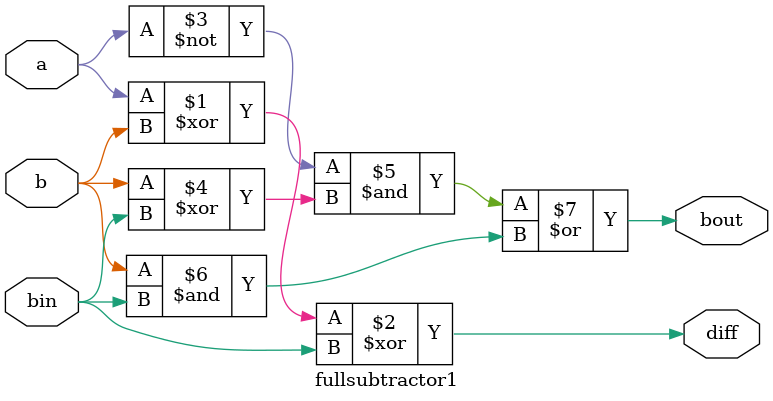
<source format=sv>
module fullsubtractor1(output diff, bout, input a, b, bin);
  
  //methodology: data flow modeling
  assign diff = a ^ b ^ bin;
  assign bout = ~a & (b ^ bin) | b & bin;
  
endmodule

</source>
